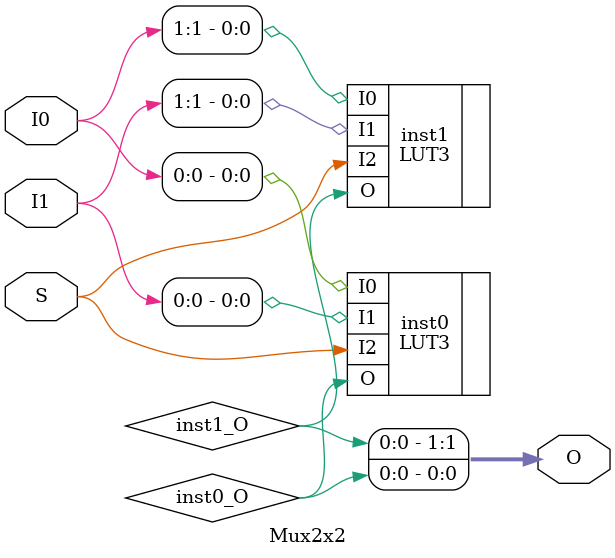
<source format=v>
module Mux2x2 (input [1:0] I0, input [1:0] I1, input  S, output [1:0] O);
wire  inst0_O;
wire  inst1_O;
LUT3 #(.INIT(8'hCA)) inst0 (.I0(I0[0]), .I1(I1[0]), .I2(S), .O(inst0_O));
LUT3 #(.INIT(8'hCA)) inst1 (.I0(I0[1]), .I1(I1[1]), .I2(S), .O(inst1_O));
assign O = {inst1_O,inst0_O};
endmodule


</source>
